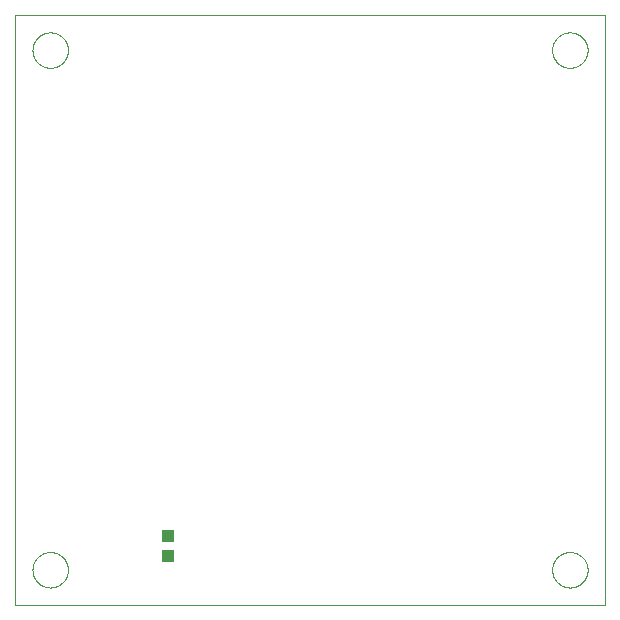
<source format=gtp>
G75*
%MOIN*%
%OFA0B0*%
%FSLAX25Y25*%
%IPPOS*%
%LPD*%
%AMOC8*
5,1,8,0,0,1.08239X$1,22.5*
%
%ADD10C,0.00000*%
%ADD11R,0.03937X0.04331*%
D10*
X0001400Y0001400D02*
X0001400Y0198250D01*
X0198250Y0198250D01*
X0198250Y0001400D01*
X0001400Y0001400D01*
X0007305Y0013211D02*
X0007307Y0013364D01*
X0007313Y0013518D01*
X0007323Y0013671D01*
X0007337Y0013823D01*
X0007355Y0013976D01*
X0007377Y0014127D01*
X0007402Y0014278D01*
X0007432Y0014429D01*
X0007466Y0014579D01*
X0007503Y0014727D01*
X0007544Y0014875D01*
X0007589Y0015021D01*
X0007638Y0015167D01*
X0007691Y0015311D01*
X0007747Y0015453D01*
X0007807Y0015594D01*
X0007871Y0015734D01*
X0007938Y0015872D01*
X0008009Y0016008D01*
X0008084Y0016142D01*
X0008161Y0016274D01*
X0008243Y0016404D01*
X0008327Y0016532D01*
X0008415Y0016658D01*
X0008506Y0016781D01*
X0008600Y0016902D01*
X0008698Y0017020D01*
X0008798Y0017136D01*
X0008902Y0017249D01*
X0009008Y0017360D01*
X0009117Y0017468D01*
X0009229Y0017573D01*
X0009343Y0017674D01*
X0009461Y0017773D01*
X0009580Y0017869D01*
X0009702Y0017962D01*
X0009827Y0018051D01*
X0009954Y0018138D01*
X0010083Y0018220D01*
X0010214Y0018300D01*
X0010347Y0018376D01*
X0010482Y0018449D01*
X0010619Y0018518D01*
X0010758Y0018583D01*
X0010898Y0018645D01*
X0011040Y0018703D01*
X0011183Y0018758D01*
X0011328Y0018809D01*
X0011474Y0018856D01*
X0011621Y0018899D01*
X0011769Y0018938D01*
X0011918Y0018974D01*
X0012068Y0019005D01*
X0012219Y0019033D01*
X0012370Y0019057D01*
X0012523Y0019077D01*
X0012675Y0019093D01*
X0012828Y0019105D01*
X0012981Y0019113D01*
X0013134Y0019117D01*
X0013288Y0019117D01*
X0013441Y0019113D01*
X0013594Y0019105D01*
X0013747Y0019093D01*
X0013899Y0019077D01*
X0014052Y0019057D01*
X0014203Y0019033D01*
X0014354Y0019005D01*
X0014504Y0018974D01*
X0014653Y0018938D01*
X0014801Y0018899D01*
X0014948Y0018856D01*
X0015094Y0018809D01*
X0015239Y0018758D01*
X0015382Y0018703D01*
X0015524Y0018645D01*
X0015664Y0018583D01*
X0015803Y0018518D01*
X0015940Y0018449D01*
X0016075Y0018376D01*
X0016208Y0018300D01*
X0016339Y0018220D01*
X0016468Y0018138D01*
X0016595Y0018051D01*
X0016720Y0017962D01*
X0016842Y0017869D01*
X0016961Y0017773D01*
X0017079Y0017674D01*
X0017193Y0017573D01*
X0017305Y0017468D01*
X0017414Y0017360D01*
X0017520Y0017249D01*
X0017624Y0017136D01*
X0017724Y0017020D01*
X0017822Y0016902D01*
X0017916Y0016781D01*
X0018007Y0016658D01*
X0018095Y0016532D01*
X0018179Y0016404D01*
X0018261Y0016274D01*
X0018338Y0016142D01*
X0018413Y0016008D01*
X0018484Y0015872D01*
X0018551Y0015734D01*
X0018615Y0015594D01*
X0018675Y0015453D01*
X0018731Y0015311D01*
X0018784Y0015167D01*
X0018833Y0015021D01*
X0018878Y0014875D01*
X0018919Y0014727D01*
X0018956Y0014579D01*
X0018990Y0014429D01*
X0019020Y0014278D01*
X0019045Y0014127D01*
X0019067Y0013976D01*
X0019085Y0013823D01*
X0019099Y0013671D01*
X0019109Y0013518D01*
X0019115Y0013364D01*
X0019117Y0013211D01*
X0019115Y0013058D01*
X0019109Y0012904D01*
X0019099Y0012751D01*
X0019085Y0012599D01*
X0019067Y0012446D01*
X0019045Y0012295D01*
X0019020Y0012144D01*
X0018990Y0011993D01*
X0018956Y0011843D01*
X0018919Y0011695D01*
X0018878Y0011547D01*
X0018833Y0011401D01*
X0018784Y0011255D01*
X0018731Y0011111D01*
X0018675Y0010969D01*
X0018615Y0010828D01*
X0018551Y0010688D01*
X0018484Y0010550D01*
X0018413Y0010414D01*
X0018338Y0010280D01*
X0018261Y0010148D01*
X0018179Y0010018D01*
X0018095Y0009890D01*
X0018007Y0009764D01*
X0017916Y0009641D01*
X0017822Y0009520D01*
X0017724Y0009402D01*
X0017624Y0009286D01*
X0017520Y0009173D01*
X0017414Y0009062D01*
X0017305Y0008954D01*
X0017193Y0008849D01*
X0017079Y0008748D01*
X0016961Y0008649D01*
X0016842Y0008553D01*
X0016720Y0008460D01*
X0016595Y0008371D01*
X0016468Y0008284D01*
X0016339Y0008202D01*
X0016208Y0008122D01*
X0016075Y0008046D01*
X0015940Y0007973D01*
X0015803Y0007904D01*
X0015664Y0007839D01*
X0015524Y0007777D01*
X0015382Y0007719D01*
X0015239Y0007664D01*
X0015094Y0007613D01*
X0014948Y0007566D01*
X0014801Y0007523D01*
X0014653Y0007484D01*
X0014504Y0007448D01*
X0014354Y0007417D01*
X0014203Y0007389D01*
X0014052Y0007365D01*
X0013899Y0007345D01*
X0013747Y0007329D01*
X0013594Y0007317D01*
X0013441Y0007309D01*
X0013288Y0007305D01*
X0013134Y0007305D01*
X0012981Y0007309D01*
X0012828Y0007317D01*
X0012675Y0007329D01*
X0012523Y0007345D01*
X0012370Y0007365D01*
X0012219Y0007389D01*
X0012068Y0007417D01*
X0011918Y0007448D01*
X0011769Y0007484D01*
X0011621Y0007523D01*
X0011474Y0007566D01*
X0011328Y0007613D01*
X0011183Y0007664D01*
X0011040Y0007719D01*
X0010898Y0007777D01*
X0010758Y0007839D01*
X0010619Y0007904D01*
X0010482Y0007973D01*
X0010347Y0008046D01*
X0010214Y0008122D01*
X0010083Y0008202D01*
X0009954Y0008284D01*
X0009827Y0008371D01*
X0009702Y0008460D01*
X0009580Y0008553D01*
X0009461Y0008649D01*
X0009343Y0008748D01*
X0009229Y0008849D01*
X0009117Y0008954D01*
X0009008Y0009062D01*
X0008902Y0009173D01*
X0008798Y0009286D01*
X0008698Y0009402D01*
X0008600Y0009520D01*
X0008506Y0009641D01*
X0008415Y0009764D01*
X0008327Y0009890D01*
X0008243Y0010018D01*
X0008161Y0010148D01*
X0008084Y0010280D01*
X0008009Y0010414D01*
X0007938Y0010550D01*
X0007871Y0010688D01*
X0007807Y0010828D01*
X0007747Y0010969D01*
X0007691Y0011111D01*
X0007638Y0011255D01*
X0007589Y0011401D01*
X0007544Y0011547D01*
X0007503Y0011695D01*
X0007466Y0011843D01*
X0007432Y0011993D01*
X0007402Y0012144D01*
X0007377Y0012295D01*
X0007355Y0012446D01*
X0007337Y0012599D01*
X0007323Y0012751D01*
X0007313Y0012904D01*
X0007307Y0013058D01*
X0007305Y0013211D01*
X0007305Y0186439D02*
X0007307Y0186592D01*
X0007313Y0186746D01*
X0007323Y0186899D01*
X0007337Y0187051D01*
X0007355Y0187204D01*
X0007377Y0187355D01*
X0007402Y0187506D01*
X0007432Y0187657D01*
X0007466Y0187807D01*
X0007503Y0187955D01*
X0007544Y0188103D01*
X0007589Y0188249D01*
X0007638Y0188395D01*
X0007691Y0188539D01*
X0007747Y0188681D01*
X0007807Y0188822D01*
X0007871Y0188962D01*
X0007938Y0189100D01*
X0008009Y0189236D01*
X0008084Y0189370D01*
X0008161Y0189502D01*
X0008243Y0189632D01*
X0008327Y0189760D01*
X0008415Y0189886D01*
X0008506Y0190009D01*
X0008600Y0190130D01*
X0008698Y0190248D01*
X0008798Y0190364D01*
X0008902Y0190477D01*
X0009008Y0190588D01*
X0009117Y0190696D01*
X0009229Y0190801D01*
X0009343Y0190902D01*
X0009461Y0191001D01*
X0009580Y0191097D01*
X0009702Y0191190D01*
X0009827Y0191279D01*
X0009954Y0191366D01*
X0010083Y0191448D01*
X0010214Y0191528D01*
X0010347Y0191604D01*
X0010482Y0191677D01*
X0010619Y0191746D01*
X0010758Y0191811D01*
X0010898Y0191873D01*
X0011040Y0191931D01*
X0011183Y0191986D01*
X0011328Y0192037D01*
X0011474Y0192084D01*
X0011621Y0192127D01*
X0011769Y0192166D01*
X0011918Y0192202D01*
X0012068Y0192233D01*
X0012219Y0192261D01*
X0012370Y0192285D01*
X0012523Y0192305D01*
X0012675Y0192321D01*
X0012828Y0192333D01*
X0012981Y0192341D01*
X0013134Y0192345D01*
X0013288Y0192345D01*
X0013441Y0192341D01*
X0013594Y0192333D01*
X0013747Y0192321D01*
X0013899Y0192305D01*
X0014052Y0192285D01*
X0014203Y0192261D01*
X0014354Y0192233D01*
X0014504Y0192202D01*
X0014653Y0192166D01*
X0014801Y0192127D01*
X0014948Y0192084D01*
X0015094Y0192037D01*
X0015239Y0191986D01*
X0015382Y0191931D01*
X0015524Y0191873D01*
X0015664Y0191811D01*
X0015803Y0191746D01*
X0015940Y0191677D01*
X0016075Y0191604D01*
X0016208Y0191528D01*
X0016339Y0191448D01*
X0016468Y0191366D01*
X0016595Y0191279D01*
X0016720Y0191190D01*
X0016842Y0191097D01*
X0016961Y0191001D01*
X0017079Y0190902D01*
X0017193Y0190801D01*
X0017305Y0190696D01*
X0017414Y0190588D01*
X0017520Y0190477D01*
X0017624Y0190364D01*
X0017724Y0190248D01*
X0017822Y0190130D01*
X0017916Y0190009D01*
X0018007Y0189886D01*
X0018095Y0189760D01*
X0018179Y0189632D01*
X0018261Y0189502D01*
X0018338Y0189370D01*
X0018413Y0189236D01*
X0018484Y0189100D01*
X0018551Y0188962D01*
X0018615Y0188822D01*
X0018675Y0188681D01*
X0018731Y0188539D01*
X0018784Y0188395D01*
X0018833Y0188249D01*
X0018878Y0188103D01*
X0018919Y0187955D01*
X0018956Y0187807D01*
X0018990Y0187657D01*
X0019020Y0187506D01*
X0019045Y0187355D01*
X0019067Y0187204D01*
X0019085Y0187051D01*
X0019099Y0186899D01*
X0019109Y0186746D01*
X0019115Y0186592D01*
X0019117Y0186439D01*
X0019115Y0186286D01*
X0019109Y0186132D01*
X0019099Y0185979D01*
X0019085Y0185827D01*
X0019067Y0185674D01*
X0019045Y0185523D01*
X0019020Y0185372D01*
X0018990Y0185221D01*
X0018956Y0185071D01*
X0018919Y0184923D01*
X0018878Y0184775D01*
X0018833Y0184629D01*
X0018784Y0184483D01*
X0018731Y0184339D01*
X0018675Y0184197D01*
X0018615Y0184056D01*
X0018551Y0183916D01*
X0018484Y0183778D01*
X0018413Y0183642D01*
X0018338Y0183508D01*
X0018261Y0183376D01*
X0018179Y0183246D01*
X0018095Y0183118D01*
X0018007Y0182992D01*
X0017916Y0182869D01*
X0017822Y0182748D01*
X0017724Y0182630D01*
X0017624Y0182514D01*
X0017520Y0182401D01*
X0017414Y0182290D01*
X0017305Y0182182D01*
X0017193Y0182077D01*
X0017079Y0181976D01*
X0016961Y0181877D01*
X0016842Y0181781D01*
X0016720Y0181688D01*
X0016595Y0181599D01*
X0016468Y0181512D01*
X0016339Y0181430D01*
X0016208Y0181350D01*
X0016075Y0181274D01*
X0015940Y0181201D01*
X0015803Y0181132D01*
X0015664Y0181067D01*
X0015524Y0181005D01*
X0015382Y0180947D01*
X0015239Y0180892D01*
X0015094Y0180841D01*
X0014948Y0180794D01*
X0014801Y0180751D01*
X0014653Y0180712D01*
X0014504Y0180676D01*
X0014354Y0180645D01*
X0014203Y0180617D01*
X0014052Y0180593D01*
X0013899Y0180573D01*
X0013747Y0180557D01*
X0013594Y0180545D01*
X0013441Y0180537D01*
X0013288Y0180533D01*
X0013134Y0180533D01*
X0012981Y0180537D01*
X0012828Y0180545D01*
X0012675Y0180557D01*
X0012523Y0180573D01*
X0012370Y0180593D01*
X0012219Y0180617D01*
X0012068Y0180645D01*
X0011918Y0180676D01*
X0011769Y0180712D01*
X0011621Y0180751D01*
X0011474Y0180794D01*
X0011328Y0180841D01*
X0011183Y0180892D01*
X0011040Y0180947D01*
X0010898Y0181005D01*
X0010758Y0181067D01*
X0010619Y0181132D01*
X0010482Y0181201D01*
X0010347Y0181274D01*
X0010214Y0181350D01*
X0010083Y0181430D01*
X0009954Y0181512D01*
X0009827Y0181599D01*
X0009702Y0181688D01*
X0009580Y0181781D01*
X0009461Y0181877D01*
X0009343Y0181976D01*
X0009229Y0182077D01*
X0009117Y0182182D01*
X0009008Y0182290D01*
X0008902Y0182401D01*
X0008798Y0182514D01*
X0008698Y0182630D01*
X0008600Y0182748D01*
X0008506Y0182869D01*
X0008415Y0182992D01*
X0008327Y0183118D01*
X0008243Y0183246D01*
X0008161Y0183376D01*
X0008084Y0183508D01*
X0008009Y0183642D01*
X0007938Y0183778D01*
X0007871Y0183916D01*
X0007807Y0184056D01*
X0007747Y0184197D01*
X0007691Y0184339D01*
X0007638Y0184483D01*
X0007589Y0184629D01*
X0007544Y0184775D01*
X0007503Y0184923D01*
X0007466Y0185071D01*
X0007432Y0185221D01*
X0007402Y0185372D01*
X0007377Y0185523D01*
X0007355Y0185674D01*
X0007337Y0185827D01*
X0007323Y0185979D01*
X0007313Y0186132D01*
X0007307Y0186286D01*
X0007305Y0186439D01*
X0180533Y0186439D02*
X0180535Y0186592D01*
X0180541Y0186746D01*
X0180551Y0186899D01*
X0180565Y0187051D01*
X0180583Y0187204D01*
X0180605Y0187355D01*
X0180630Y0187506D01*
X0180660Y0187657D01*
X0180694Y0187807D01*
X0180731Y0187955D01*
X0180772Y0188103D01*
X0180817Y0188249D01*
X0180866Y0188395D01*
X0180919Y0188539D01*
X0180975Y0188681D01*
X0181035Y0188822D01*
X0181099Y0188962D01*
X0181166Y0189100D01*
X0181237Y0189236D01*
X0181312Y0189370D01*
X0181389Y0189502D01*
X0181471Y0189632D01*
X0181555Y0189760D01*
X0181643Y0189886D01*
X0181734Y0190009D01*
X0181828Y0190130D01*
X0181926Y0190248D01*
X0182026Y0190364D01*
X0182130Y0190477D01*
X0182236Y0190588D01*
X0182345Y0190696D01*
X0182457Y0190801D01*
X0182571Y0190902D01*
X0182689Y0191001D01*
X0182808Y0191097D01*
X0182930Y0191190D01*
X0183055Y0191279D01*
X0183182Y0191366D01*
X0183311Y0191448D01*
X0183442Y0191528D01*
X0183575Y0191604D01*
X0183710Y0191677D01*
X0183847Y0191746D01*
X0183986Y0191811D01*
X0184126Y0191873D01*
X0184268Y0191931D01*
X0184411Y0191986D01*
X0184556Y0192037D01*
X0184702Y0192084D01*
X0184849Y0192127D01*
X0184997Y0192166D01*
X0185146Y0192202D01*
X0185296Y0192233D01*
X0185447Y0192261D01*
X0185598Y0192285D01*
X0185751Y0192305D01*
X0185903Y0192321D01*
X0186056Y0192333D01*
X0186209Y0192341D01*
X0186362Y0192345D01*
X0186516Y0192345D01*
X0186669Y0192341D01*
X0186822Y0192333D01*
X0186975Y0192321D01*
X0187127Y0192305D01*
X0187280Y0192285D01*
X0187431Y0192261D01*
X0187582Y0192233D01*
X0187732Y0192202D01*
X0187881Y0192166D01*
X0188029Y0192127D01*
X0188176Y0192084D01*
X0188322Y0192037D01*
X0188467Y0191986D01*
X0188610Y0191931D01*
X0188752Y0191873D01*
X0188892Y0191811D01*
X0189031Y0191746D01*
X0189168Y0191677D01*
X0189303Y0191604D01*
X0189436Y0191528D01*
X0189567Y0191448D01*
X0189696Y0191366D01*
X0189823Y0191279D01*
X0189948Y0191190D01*
X0190070Y0191097D01*
X0190189Y0191001D01*
X0190307Y0190902D01*
X0190421Y0190801D01*
X0190533Y0190696D01*
X0190642Y0190588D01*
X0190748Y0190477D01*
X0190852Y0190364D01*
X0190952Y0190248D01*
X0191050Y0190130D01*
X0191144Y0190009D01*
X0191235Y0189886D01*
X0191323Y0189760D01*
X0191407Y0189632D01*
X0191489Y0189502D01*
X0191566Y0189370D01*
X0191641Y0189236D01*
X0191712Y0189100D01*
X0191779Y0188962D01*
X0191843Y0188822D01*
X0191903Y0188681D01*
X0191959Y0188539D01*
X0192012Y0188395D01*
X0192061Y0188249D01*
X0192106Y0188103D01*
X0192147Y0187955D01*
X0192184Y0187807D01*
X0192218Y0187657D01*
X0192248Y0187506D01*
X0192273Y0187355D01*
X0192295Y0187204D01*
X0192313Y0187051D01*
X0192327Y0186899D01*
X0192337Y0186746D01*
X0192343Y0186592D01*
X0192345Y0186439D01*
X0192343Y0186286D01*
X0192337Y0186132D01*
X0192327Y0185979D01*
X0192313Y0185827D01*
X0192295Y0185674D01*
X0192273Y0185523D01*
X0192248Y0185372D01*
X0192218Y0185221D01*
X0192184Y0185071D01*
X0192147Y0184923D01*
X0192106Y0184775D01*
X0192061Y0184629D01*
X0192012Y0184483D01*
X0191959Y0184339D01*
X0191903Y0184197D01*
X0191843Y0184056D01*
X0191779Y0183916D01*
X0191712Y0183778D01*
X0191641Y0183642D01*
X0191566Y0183508D01*
X0191489Y0183376D01*
X0191407Y0183246D01*
X0191323Y0183118D01*
X0191235Y0182992D01*
X0191144Y0182869D01*
X0191050Y0182748D01*
X0190952Y0182630D01*
X0190852Y0182514D01*
X0190748Y0182401D01*
X0190642Y0182290D01*
X0190533Y0182182D01*
X0190421Y0182077D01*
X0190307Y0181976D01*
X0190189Y0181877D01*
X0190070Y0181781D01*
X0189948Y0181688D01*
X0189823Y0181599D01*
X0189696Y0181512D01*
X0189567Y0181430D01*
X0189436Y0181350D01*
X0189303Y0181274D01*
X0189168Y0181201D01*
X0189031Y0181132D01*
X0188892Y0181067D01*
X0188752Y0181005D01*
X0188610Y0180947D01*
X0188467Y0180892D01*
X0188322Y0180841D01*
X0188176Y0180794D01*
X0188029Y0180751D01*
X0187881Y0180712D01*
X0187732Y0180676D01*
X0187582Y0180645D01*
X0187431Y0180617D01*
X0187280Y0180593D01*
X0187127Y0180573D01*
X0186975Y0180557D01*
X0186822Y0180545D01*
X0186669Y0180537D01*
X0186516Y0180533D01*
X0186362Y0180533D01*
X0186209Y0180537D01*
X0186056Y0180545D01*
X0185903Y0180557D01*
X0185751Y0180573D01*
X0185598Y0180593D01*
X0185447Y0180617D01*
X0185296Y0180645D01*
X0185146Y0180676D01*
X0184997Y0180712D01*
X0184849Y0180751D01*
X0184702Y0180794D01*
X0184556Y0180841D01*
X0184411Y0180892D01*
X0184268Y0180947D01*
X0184126Y0181005D01*
X0183986Y0181067D01*
X0183847Y0181132D01*
X0183710Y0181201D01*
X0183575Y0181274D01*
X0183442Y0181350D01*
X0183311Y0181430D01*
X0183182Y0181512D01*
X0183055Y0181599D01*
X0182930Y0181688D01*
X0182808Y0181781D01*
X0182689Y0181877D01*
X0182571Y0181976D01*
X0182457Y0182077D01*
X0182345Y0182182D01*
X0182236Y0182290D01*
X0182130Y0182401D01*
X0182026Y0182514D01*
X0181926Y0182630D01*
X0181828Y0182748D01*
X0181734Y0182869D01*
X0181643Y0182992D01*
X0181555Y0183118D01*
X0181471Y0183246D01*
X0181389Y0183376D01*
X0181312Y0183508D01*
X0181237Y0183642D01*
X0181166Y0183778D01*
X0181099Y0183916D01*
X0181035Y0184056D01*
X0180975Y0184197D01*
X0180919Y0184339D01*
X0180866Y0184483D01*
X0180817Y0184629D01*
X0180772Y0184775D01*
X0180731Y0184923D01*
X0180694Y0185071D01*
X0180660Y0185221D01*
X0180630Y0185372D01*
X0180605Y0185523D01*
X0180583Y0185674D01*
X0180565Y0185827D01*
X0180551Y0185979D01*
X0180541Y0186132D01*
X0180535Y0186286D01*
X0180533Y0186439D01*
X0180533Y0013211D02*
X0180535Y0013364D01*
X0180541Y0013518D01*
X0180551Y0013671D01*
X0180565Y0013823D01*
X0180583Y0013976D01*
X0180605Y0014127D01*
X0180630Y0014278D01*
X0180660Y0014429D01*
X0180694Y0014579D01*
X0180731Y0014727D01*
X0180772Y0014875D01*
X0180817Y0015021D01*
X0180866Y0015167D01*
X0180919Y0015311D01*
X0180975Y0015453D01*
X0181035Y0015594D01*
X0181099Y0015734D01*
X0181166Y0015872D01*
X0181237Y0016008D01*
X0181312Y0016142D01*
X0181389Y0016274D01*
X0181471Y0016404D01*
X0181555Y0016532D01*
X0181643Y0016658D01*
X0181734Y0016781D01*
X0181828Y0016902D01*
X0181926Y0017020D01*
X0182026Y0017136D01*
X0182130Y0017249D01*
X0182236Y0017360D01*
X0182345Y0017468D01*
X0182457Y0017573D01*
X0182571Y0017674D01*
X0182689Y0017773D01*
X0182808Y0017869D01*
X0182930Y0017962D01*
X0183055Y0018051D01*
X0183182Y0018138D01*
X0183311Y0018220D01*
X0183442Y0018300D01*
X0183575Y0018376D01*
X0183710Y0018449D01*
X0183847Y0018518D01*
X0183986Y0018583D01*
X0184126Y0018645D01*
X0184268Y0018703D01*
X0184411Y0018758D01*
X0184556Y0018809D01*
X0184702Y0018856D01*
X0184849Y0018899D01*
X0184997Y0018938D01*
X0185146Y0018974D01*
X0185296Y0019005D01*
X0185447Y0019033D01*
X0185598Y0019057D01*
X0185751Y0019077D01*
X0185903Y0019093D01*
X0186056Y0019105D01*
X0186209Y0019113D01*
X0186362Y0019117D01*
X0186516Y0019117D01*
X0186669Y0019113D01*
X0186822Y0019105D01*
X0186975Y0019093D01*
X0187127Y0019077D01*
X0187280Y0019057D01*
X0187431Y0019033D01*
X0187582Y0019005D01*
X0187732Y0018974D01*
X0187881Y0018938D01*
X0188029Y0018899D01*
X0188176Y0018856D01*
X0188322Y0018809D01*
X0188467Y0018758D01*
X0188610Y0018703D01*
X0188752Y0018645D01*
X0188892Y0018583D01*
X0189031Y0018518D01*
X0189168Y0018449D01*
X0189303Y0018376D01*
X0189436Y0018300D01*
X0189567Y0018220D01*
X0189696Y0018138D01*
X0189823Y0018051D01*
X0189948Y0017962D01*
X0190070Y0017869D01*
X0190189Y0017773D01*
X0190307Y0017674D01*
X0190421Y0017573D01*
X0190533Y0017468D01*
X0190642Y0017360D01*
X0190748Y0017249D01*
X0190852Y0017136D01*
X0190952Y0017020D01*
X0191050Y0016902D01*
X0191144Y0016781D01*
X0191235Y0016658D01*
X0191323Y0016532D01*
X0191407Y0016404D01*
X0191489Y0016274D01*
X0191566Y0016142D01*
X0191641Y0016008D01*
X0191712Y0015872D01*
X0191779Y0015734D01*
X0191843Y0015594D01*
X0191903Y0015453D01*
X0191959Y0015311D01*
X0192012Y0015167D01*
X0192061Y0015021D01*
X0192106Y0014875D01*
X0192147Y0014727D01*
X0192184Y0014579D01*
X0192218Y0014429D01*
X0192248Y0014278D01*
X0192273Y0014127D01*
X0192295Y0013976D01*
X0192313Y0013823D01*
X0192327Y0013671D01*
X0192337Y0013518D01*
X0192343Y0013364D01*
X0192345Y0013211D01*
X0192343Y0013058D01*
X0192337Y0012904D01*
X0192327Y0012751D01*
X0192313Y0012599D01*
X0192295Y0012446D01*
X0192273Y0012295D01*
X0192248Y0012144D01*
X0192218Y0011993D01*
X0192184Y0011843D01*
X0192147Y0011695D01*
X0192106Y0011547D01*
X0192061Y0011401D01*
X0192012Y0011255D01*
X0191959Y0011111D01*
X0191903Y0010969D01*
X0191843Y0010828D01*
X0191779Y0010688D01*
X0191712Y0010550D01*
X0191641Y0010414D01*
X0191566Y0010280D01*
X0191489Y0010148D01*
X0191407Y0010018D01*
X0191323Y0009890D01*
X0191235Y0009764D01*
X0191144Y0009641D01*
X0191050Y0009520D01*
X0190952Y0009402D01*
X0190852Y0009286D01*
X0190748Y0009173D01*
X0190642Y0009062D01*
X0190533Y0008954D01*
X0190421Y0008849D01*
X0190307Y0008748D01*
X0190189Y0008649D01*
X0190070Y0008553D01*
X0189948Y0008460D01*
X0189823Y0008371D01*
X0189696Y0008284D01*
X0189567Y0008202D01*
X0189436Y0008122D01*
X0189303Y0008046D01*
X0189168Y0007973D01*
X0189031Y0007904D01*
X0188892Y0007839D01*
X0188752Y0007777D01*
X0188610Y0007719D01*
X0188467Y0007664D01*
X0188322Y0007613D01*
X0188176Y0007566D01*
X0188029Y0007523D01*
X0187881Y0007484D01*
X0187732Y0007448D01*
X0187582Y0007417D01*
X0187431Y0007389D01*
X0187280Y0007365D01*
X0187127Y0007345D01*
X0186975Y0007329D01*
X0186822Y0007317D01*
X0186669Y0007309D01*
X0186516Y0007305D01*
X0186362Y0007305D01*
X0186209Y0007309D01*
X0186056Y0007317D01*
X0185903Y0007329D01*
X0185751Y0007345D01*
X0185598Y0007365D01*
X0185447Y0007389D01*
X0185296Y0007417D01*
X0185146Y0007448D01*
X0184997Y0007484D01*
X0184849Y0007523D01*
X0184702Y0007566D01*
X0184556Y0007613D01*
X0184411Y0007664D01*
X0184268Y0007719D01*
X0184126Y0007777D01*
X0183986Y0007839D01*
X0183847Y0007904D01*
X0183710Y0007973D01*
X0183575Y0008046D01*
X0183442Y0008122D01*
X0183311Y0008202D01*
X0183182Y0008284D01*
X0183055Y0008371D01*
X0182930Y0008460D01*
X0182808Y0008553D01*
X0182689Y0008649D01*
X0182571Y0008748D01*
X0182457Y0008849D01*
X0182345Y0008954D01*
X0182236Y0009062D01*
X0182130Y0009173D01*
X0182026Y0009286D01*
X0181926Y0009402D01*
X0181828Y0009520D01*
X0181734Y0009641D01*
X0181643Y0009764D01*
X0181555Y0009890D01*
X0181471Y0010018D01*
X0181389Y0010148D01*
X0181312Y0010280D01*
X0181237Y0010414D01*
X0181166Y0010550D01*
X0181099Y0010688D01*
X0181035Y0010828D01*
X0180975Y0010969D01*
X0180919Y0011111D01*
X0180866Y0011255D01*
X0180817Y0011401D01*
X0180772Y0011547D01*
X0180731Y0011695D01*
X0180694Y0011843D01*
X0180660Y0011993D01*
X0180630Y0012144D01*
X0180605Y0012295D01*
X0180583Y0012446D01*
X0180565Y0012599D01*
X0180551Y0012751D01*
X0180541Y0012904D01*
X0180535Y0013058D01*
X0180533Y0013211D01*
D11*
X0052581Y0017739D03*
X0052581Y0024431D03*
M02*

</source>
